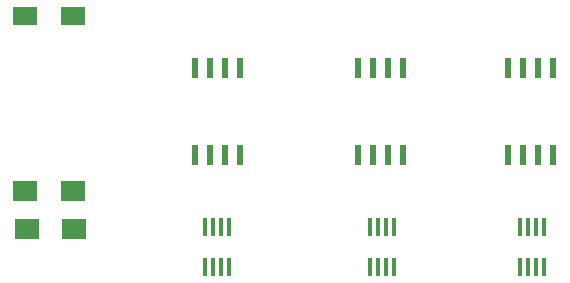
<source format=gtp>
G04 #@! TF.GenerationSoftware,KiCad,Pcbnew,5.0.0-fee4fd1~65~ubuntu16.04.1*
G04 #@! TF.CreationDate,2018-07-25T18:48:16-06:00*
G04 #@! TF.ProjectId,UPA_Shield_001,5550415F536869656C645F3030312E6B,rev?*
G04 #@! TF.SameCoordinates,Original*
G04 #@! TF.FileFunction,Paste,Top*
G04 #@! TF.FilePolarity,Positive*
%FSLAX46Y46*%
G04 Gerber Fmt 4.6, Leading zero omitted, Abs format (unit mm)*
G04 Created by KiCad (PCBNEW 5.0.0-fee4fd1~65~ubuntu16.04.1) date Wed Jul 25 18:48:16 2018*
%MOMM*%
%LPD*%
G01*
G04 APERTURE LIST*
%ADD10R,0.550000X1.750000*%
%ADD11R,0.300000X1.600000*%
%ADD12R,2.000000X1.600000*%
%ADD13R,2.000000X1.700000*%
G04 APERTURE END LIST*
D10*
G04 #@! TO.C,U2*
X131445000Y-97045000D03*
X132715000Y-97045000D03*
X133985000Y-97045000D03*
X135255000Y-97045000D03*
X135255000Y-89645000D03*
X133985000Y-89645000D03*
X132715000Y-89645000D03*
X131445000Y-89645000D03*
G04 #@! TD*
G04 #@! TO.C,U5*
X145288000Y-89645000D03*
X146558000Y-89645000D03*
X147828000Y-89645000D03*
X149098000Y-89645000D03*
X149098000Y-97045000D03*
X147828000Y-97045000D03*
X146558000Y-97045000D03*
X145288000Y-97045000D03*
G04 #@! TD*
D11*
G04 #@! TO.C,U6*
X146345000Y-103075000D03*
X146995000Y-103075000D03*
X147645000Y-103075000D03*
X148295000Y-103075000D03*
X148295000Y-106475000D03*
X147645000Y-106475000D03*
X146995000Y-106475000D03*
X146345000Y-106475000D03*
G04 #@! TD*
D10*
G04 #@! TO.C,U8*
X157988000Y-97045000D03*
X159258000Y-97045000D03*
X160528000Y-97045000D03*
X161798000Y-97045000D03*
X161798000Y-89645000D03*
X160528000Y-89645000D03*
X159258000Y-89645000D03*
X157988000Y-89645000D03*
G04 #@! TD*
D11*
G04 #@! TO.C,U9*
X159045000Y-106475000D03*
X159695000Y-106475000D03*
X160345000Y-106475000D03*
X160995000Y-106475000D03*
X160995000Y-103075000D03*
X160345000Y-103075000D03*
X159695000Y-103075000D03*
X159045000Y-103075000D03*
G04 #@! TD*
G04 #@! TO.C,U3*
X132375000Y-106475000D03*
X133025000Y-106475000D03*
X133675000Y-106475000D03*
X134325000Y-106475000D03*
X134325000Y-103075000D03*
X133675000Y-103075000D03*
X133025000Y-103075000D03*
X132375000Y-103075000D03*
G04 #@! TD*
D12*
G04 #@! TO.C,C1*
X121126000Y-85217000D03*
X117126000Y-85217000D03*
G04 #@! TD*
D13*
G04 #@! TO.C,D1*
X117226001Y-103251000D03*
X121226001Y-103251000D03*
G04 #@! TD*
G04 #@! TO.C,R1*
X117126000Y-100076000D03*
X121126000Y-100076000D03*
G04 #@! TD*
M02*

</source>
